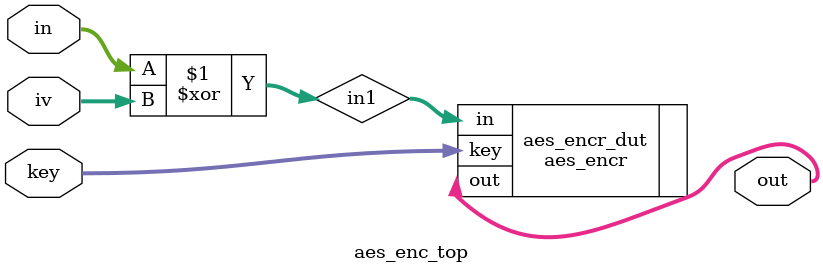
<source format=v>
`timescale 1ns / 1ps


module aes_enc_top(
input wire [127:0] in, iv, key,
output [127:0] out
    );
    wire [127:0] in1;
    assign in1 = in ^ iv;
    aes_encr aes_encr_dut(.in(in1),.key(key),.out(out));
endmodule

</source>
